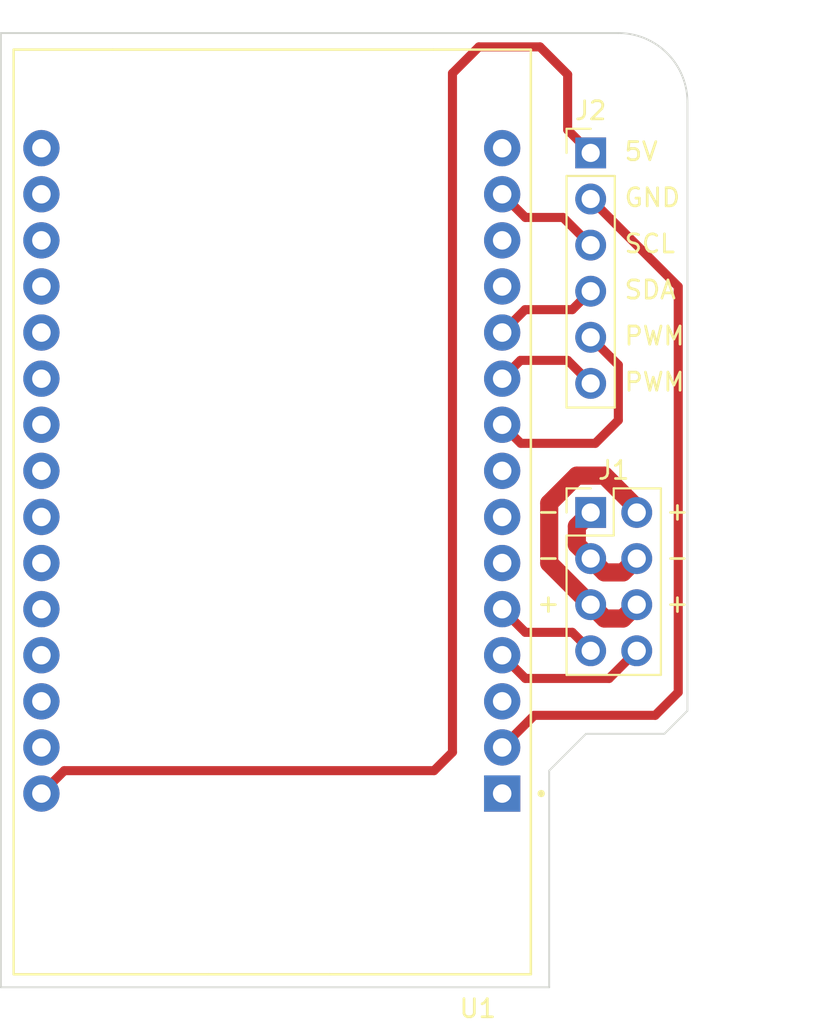
<source format=kicad_pcb>
(kicad_pcb (version 20221018) (generator pcbnew)
  (layers (0 "F.Cu" signal) (31 "B.Cu" signal) (34 "B.Paste" user) (35 "F.Paste" user) (36 "B.SilkS" user "B.Silkscreen") (37 "F.SilkS" user "F.Silkscreen") (38 "B.Mask" user) (39 "F.Mask" user) (44 "Edge.Cuts" user))
  (net 0 "")
  (net 20 "Net-(J1-Pin_1)")
  (net 21 "Net-(J1-Pin_2)")
  (net 22 "Net-(J1-Pin_7)")
  (net 23 "Net-(J1-Pin_8)")
  (net 27 "Net-(J2-Pin_1)")
  (net 28 "Net-(J2-Pin_2)")
  (net 29 "Net-(J2-Pin_3)")
  (net 30 "Net-(J2-Pin_4)")
  (net 31 "Net-(J2-Pin_5)")
  (net 32 "Net-(J2-Pin_6)")
  (footprint "ESP32-DEVKIT-V1 (1):MODULE_ESP32_DEVKIT_V1" (layer "F.Cu") (at 126.439 88.617 180)
    (fp_text reference "U1" (at -11.355 -27.36) (layer "F.SilkS"))
    (fp_text value "ESP32-DEVKIT-V1")
    (fp_line (start -14.28 -25.475) (end -3.211 -25.475) (stroke (width 0.127)) (layer "F.SilkS"))
    (fp_line (start -14.28 -25.475) (end 14.23 -25.475) (stroke (width 0.127)) (layer "F.SilkS"))
    (fp_line (start -14.28 25.475) (end -14.28 -25.475) (stroke (width 0.127)) (layer "F.SilkS"))
    (fp_line (start -14.28 25.475) (end -14.28 -25.475) (stroke (width 0.127)) (layer "F.SilkS"))
    (fp_line (start -14.28 25.475) (end -8.91 25.475) (stroke (width 0.127)) (layer "F.SilkS"))
    (fp_line (start -8.91 25.475) (end 8.78 25.475) (stroke (width 0.127)) (layer "F.SilkS"))
    (fp_line (start -3.211 -25.475) (end 3.5 -25.475) (stroke (width 0.127)) (layer "F.SilkS"))
    (fp_line (start 3.5 -25.475) (end 14.23 -25.475) (stroke (width 0.127)) (layer "F.SilkS"))
    (fp_line (start 8.78 25.475) (end 14.23 25.475) (stroke (width 0.127)) (layer "F.SilkS"))
    (fp_line (start 14.23 -25.475) (end 14.23 25.475) (stroke (width 0.127)) (layer "F.SilkS"))
    (fp_line (start 14.23 -25.475) (end 14.23 25.475) (stroke (width 0.127)) (layer "F.SilkS"))
    (fp_line (start 14.23 25.475) (end -14.28 25.475) (stroke (width 0.127)) (layer "F.SilkS"))
    (fp_circle (center -14.85 -15.515) (end -14.75 -15.515) (stroke (width 0.2)) (fill none) (layer "F.SilkS"))
    (pad "" np_thru_hole circle (at -12.28 -23.475 180) (size 3 3) (drill 3) (layers "*.Cu" "*.Mask"))
    (pad "" np_thru_hole circle (at -12.28 23.475 180) (size 3 3) (drill 3) (layers "*.Cu" "*.Mask"))
    (pad "" np_thru_hole circle (at 12.23 -23.475 180) (size 3 3) (drill 3) (layers "*.Cu" "*.Mask"))
    (pad "" np_thru_hole circle (at 12.23 23.475 180) (size 3 3) (drill 3) (layers "*.Cu" "*.Mask"))
    (pad "1" thru_hole rect (at -12.7 -15.515 180) (size 2 2) (drill 1.02) (layers "*.Cu" "*.Mask"))
    (pad "2" thru_hole circle (at -12.7 -12.975 180) (size 2 2) (drill 1.02) (layers "*.Cu" "*.Mask") (net 28 "Net-(J2-Pin_2)"))
    (pad "3" thru_hole circle (at -12.7 -10.435 180) (size 2 2) (drill 1.02) (layers "*.Cu" "*.Mask"))
    (pad "4" thru_hole circle (at -12.7 -7.895 180) (size 2 2) (drill 1.02) (layers "*.Cu" "*.Mask") (net 23 "Net-(J1-Pin_8)"))
    (pad "5" thru_hole circle (at -12.7 -5.355 180) (size 2 2) (drill 1.02) (layers "*.Cu" "*.Mask") (net 22 "Net-(J1-Pin_7)"))
    (pad "6" thru_hole circle (at -12.7 -2.815 180) (size 2 2) (drill 1.02) (layers "*.Cu" "*.Mask"))
    (pad "7" thru_hole circle (at -12.7 -0.275 180) (size 2 2) (drill 1.02) (layers "*.Cu" "*.Mask"))
    (pad "8" thru_hole circle (at -12.7 2.265 180) (size 2 2) (drill 1.02) (layers "*.Cu" "*.Mask"))
    (pad "9" thru_hole circle (at -12.7 4.805 180) (size 2 2) (drill 1.02) (layers "*.Cu" "*.Mask") (net 31 "Net-(J2-Pin_5)"))
    (pad "10" thru_hole circle (at -12.7 7.345 180) (size 2 2) (drill 1.02) (layers "*.Cu" "*.Mask") (net 32 "Net-(J2-Pin_6)"))
    (pad "11" thru_hole circle (at -12.7 9.885 180) (size 2 2) (drill 1.02) (layers "*.Cu" "*.Mask") (net 30 "Net-(J2-Pin_4)"))
    (pad "12" thru_hole circle (at -12.7 12.425 180) (size 2 2) (drill 1.02) (layers "*.Cu" "*.Mask"))
    (pad "13" thru_hole circle (at -12.7 14.965 180) (size 2 2) (drill 1.02) (layers "*.Cu" "*.Mask"))
    (pad "14" thru_hole circle (at -12.7 17.505 180) (size 2 2) (drill 1.02) (layers "*.Cu" "*.Mask") (net 29 "Net-(J2-Pin_3)"))
    (pad "15" thru_hole circle (at -12.7 20.045 180) (size 2 2) (drill 1.02) (layers "*.Cu" "*.Mask"))
    (pad "16" thru_hole circle (at 12.7 20.045 180) (size 2 2) (drill 1.02) (layers "*.Cu" "*.Mask"))
    (pad "17" thru_hole circle (at 12.7 17.505 180) (size 2 2) (drill 1.02) (layers "*.Cu" "*.Mask"))
    (pad "18" thru_hole circle (at 12.7 14.965 180) (size 2 2) (drill 1.02) (layers "*.Cu" "*.Mask"))
    (pad "19" thru_hole circle (at 12.7 12.425 180) (size 2 2) (drill 1.02) (layers "*.Cu" "*.Mask"))
    (pad "20" thru_hole circle (at 12.7 9.885 180) (size 2 2) (drill 1.02) (layers "*.Cu" "*.Mask"))
    (pad "21" thru_hole circle (at 12.7 7.345 180) (size 2 2) (drill 1.02) (layers "*.Cu" "*.Mask"))
    (pad "22" thru_hole circle (at 12.7 4.805 180) (size 2 2) (drill 1.02) (layers "*.Cu" "*.Mask"))
    (pad "23" thru_hole circle (at 12.7 2.265 180) (size 2 2) (drill 1.02) (layers "*.Cu" "*.Mask"))
    (pad "24" thru_hole circle (at 12.7 -0.275 180) (size 2 2) (drill 1.02) (layers "*.Cu" "*.Mask"))
    (pad "25" thru_hole circle (at 12.7 -2.815 180) (size 2 2) (drill 1.02) (layers "*.Cu" "*.Mask"))
    (pad "26" thru_hole circle (at 12.7 -5.355 180) (size 2 2) (drill 1.02) (layers "*.Cu" "*.Mask"))
    (pad "27" thru_hole circle (at 12.7 -7.895 180) (size 2 2) (drill 1.02) (layers "*.Cu" "*.Mask"))
    (pad "28" thru_hole circle (at 12.7 -10.435 180) (size 2 2) (drill 1.02) (layers "*.Cu" "*.Mask"))
    (pad "29" thru_hole circle (at 12.7 -12.975 180) (size 2 2) (drill 1.02) (layers "*.Cu" "*.Mask"))
    (pad "30" thru_hole circle (at 12.7 -15.515 180) (size 2 2) (drill 1.02) (layers "*.Cu" "*.Mask") (net 27 "Net-(J2-Pin_1)"))
  )
  (footprint "Connector_PinHeader_2.54mm:PinHeader_2x04_P2.54mm_Vertical" (layer "F.Cu") (at 144.018 88.646)
    (fp_text reference "J1" (at 1.27 -2.33) (layer "F.SilkS"))
    (fp_text value "BATTERY_AND_SERVOS_HEADER")
    (fp_line (start -1.33 -1.33) (end 0 -1.33) (stroke (width 0.12)) (layer "F.SilkS"))
    (fp_line (start -1.33 0) (end -1.33 -1.33) (stroke (width 0.12)) (layer "F.SilkS"))
    (fp_line (start -1.33 1.27) (end -1.33 8.95) (stroke (width 0.12)) (layer "F.SilkS"))
    (fp_line (start -1.33 1.27) (end 1.27 1.27) (stroke (width 0.12)) (layer "F.SilkS"))
    (fp_line (start -1.33 8.95) (end 3.87 8.95) (stroke (width 0.12)) (layer "F.SilkS"))
    (fp_line (start 1.27 -1.33) (end 3.87 -1.33) (stroke (width 0.12)) (layer "F.SilkS"))
    (fp_line (start 1.27 1.27) (end 1.27 -1.33) (stroke (width 0.12)) (layer "F.SilkS"))
    (fp_line (start 3.87 -1.33) (end 3.87 8.95) (stroke (width 0.12)) (layer "F.SilkS"))
    (pad "1" thru_hole rect (at 0 0) (size 1.7 1.7) (drill 1) (layers "*.Cu" "*.Mask") (net 20 "Net-(J1-Pin_1)"))
    (pad "2" thru_hole oval (at 2.54 0) (size 1.7 1.7) (drill 1) (layers "*.Cu" "*.Mask") (net 21 "Net-(J1-Pin_2)"))
    (pad "3" thru_hole oval (at 0 2.54) (size 1.7 1.7) (drill 1) (layers "*.Cu" "*.Mask") (net 20 "Net-(J1-Pin_1)"))
    (pad "4" thru_hole oval (at 2.54 2.54) (size 1.7 1.7) (drill 1) (layers "*.Cu" "*.Mask") (net 20 "Net-(J1-Pin_1)"))
    (pad "5" thru_hole oval (at 0 5.08) (size 1.7 1.7) (drill 1) (layers "*.Cu" "*.Mask") (net 21 "Net-(J1-Pin_2)"))
    (pad "6" thru_hole oval (at 2.54 5.08) (size 1.7 1.7) (drill 1) (layers "*.Cu" "*.Mask") (net 21 "Net-(J1-Pin_2)"))
    (pad "7" thru_hole oval (at 0 7.62) (size 1.7 1.7) (drill 1) (layers "*.Cu" "*.Mask") (net 22 "Net-(J1-Pin_7)"))
    (pad "8" thru_hole oval (at 2.54 7.62) (size 1.7 1.7) (drill 1) (layers "*.Cu" "*.Mask") (net 23 "Net-(J1-Pin_8)"))
  )
  (footprint "Connector_PinHeader_2.54mm:PinHeader_1x06_P2.54mm_Vertical" (layer "F.Cu") (at 144.018 68.834)
    (fp_text reference "J2" (at 0 -2.33) (layer "F.SilkS"))
    (fp_text value "LIDAR_LITE_V4_HEADER")
    (fp_line (start -1.33 -1.33) (end 0 -1.33) (stroke (width 0.12)) (layer "F.SilkS"))
    (fp_line (start -1.33 0) (end -1.33 -1.33) (stroke (width 0.12)) (layer "F.SilkS"))
    (fp_line (start -1.33 1.27) (end -1.33 14.03) (stroke (width 0.12)) (layer "F.SilkS"))
    (fp_line (start -1.33 1.27) (end 1.33 1.27) (stroke (width 0.12)) (layer "F.SilkS"))
    (fp_line (start -1.33 14.03) (end 1.33 14.03) (stroke (width 0.12)) (layer "F.SilkS"))
    (fp_line (start 1.33 1.27) (end 1.33 14.03) (stroke (width 0.12)) (layer "F.SilkS"))
    (pad "1" thru_hole rect (at 0 0) (size 1.7 1.7) (drill 1) (layers "*.Cu" "*.Mask") (net 27 "Net-(J2-Pin_1)"))
    (pad "2" thru_hole oval (at 0 2.54) (size 1.7 1.7) (drill 1) (layers "*.Cu" "*.Mask") (net 28 "Net-(J2-Pin_2)"))
    (pad "3" thru_hole oval (at 0 5.08) (size 1.7 1.7) (drill 1) (layers "*.Cu" "*.Mask") (net 29 "Net-(J2-Pin_3)"))
    (pad "4" thru_hole oval (at 0 7.62) (size 1.7 1.7) (drill 1) (layers "*.Cu" "*.Mask") (net 30 "Net-(J2-Pin_4)"))
    (pad "5" thru_hole oval (at 0 10.16) (size 1.7 1.7) (drill 1) (layers "*.Cu" "*.Mask") (net 31 "Net-(J2-Pin_5)"))
    (pad "6" thru_hole oval (at 0 12.7) (size 1.7 1.7) (drill 1) (layers "*.Cu" "*.Mask") (net 32 "Net-(J2-Pin_6)"))
  )
  (gr_line (start 145.542 62.23) (end 111.506 62.23) (stroke (width 0.1)) (layer "Edge.Cuts"))
  (gr_line (start 111.506 114.808) (end 141.732 114.808) (stroke (width 0.1)) (layer "Edge.Cuts"))
  (gr_line (start 149.352 99.568) (end 149.352 66.04) (stroke (width 0.1)) (layer "Edge.Cuts"))
  (gr_line (start 141.732 114.808) (end 141.732 102.87) (stroke (width 0.1)) (layer "Edge.Cuts"))
  (gr_line (start 111.506 62.23) (end 111.506 114.808) (stroke (width 0.1)) (layer "Edge.Cuts"))
  (gr_line (start 143.764 100.838) (end 148.082 100.838) (stroke (width 0.1)) (layer "Edge.Cuts"))
  (gr_line (start 148.082 100.838) (end 149.352 99.568) (stroke (width 0.1)) (layer "Edge.Cuts"))
  (gr_arc (start 145.542 62.23) (mid 148.236077 63.345923) (end 149.352 66.04) (stroke (width 0.1)) (layer "Edge.Cuts"))
  (gr_line (start 141.732 102.87) (end 143.764 100.838) (stroke (width 0.1)) (layer "Edge.Cuts"))
  (gr_text "PWM\n" (at 145.796 82.042) (layer "F.SilkS") (effects (font (size 1 1)) (justify left bottom)))
  (gr_text "+" (at 148.082 89.154) (layer "F.SilkS") (effects (font (size 1 1)) (justify left bottom)))
  (gr_text "GND" (at 145.796 71.882) (layer "F.SilkS") (effects (font (size 1 1)) (justify left bottom)))
  (gr_text "-" (at 140.97 91.694) (layer "F.SilkS") (effects (font (size 1 1)) (justify left bottom)))
  (gr_text "+" (at 140.97 94.234) (layer "F.SilkS") (effects (font (size 1 1)) (justify left bottom)))
  (gr_text "SDA" (at 145.796 76.962) (layer "F.SilkS") (effects (font (size 1 1)) (justify left bottom)))
  (gr_text "PWM" (at 145.796 79.502) (layer "F.SilkS") (effects (font (size 1 1)) (justify left bottom)))
  (gr_text "-" (at 148.082 91.694) (layer "F.SilkS") (effects (font (size 1 1)) (justify left bottom)))
  (gr_text "-" (at 140.97 89.154) (layer "F.SilkS") (effects (font (size 1 1)) (justify left bottom)))
  (gr_text "+" (at 148.082 94.234) (layer "F.SilkS") (effects (font (size 1 1)) (justify left bottom)))
  (gr_text "SCL" (at 145.796 74.422) (layer "F.SilkS") (effects (font (size 1 1)) (justify left bottom)))
  (gr_text "5V" (at 145.796 69.342) (layer "F.SilkS") (effects (font (size 1 1)) (justify left bottom)))
  (segment (start 144.78 91.948) (end 145.796 91.948) (width 1) (layer "F.Cu") (net 20))
  (segment (start 143.256 90.424) (end 144.018 91.186) (width 1) (layer "F.Cu") (net 20))
  (segment (start 145.796 91.948) (end 146.558 91.186) (width 1) (layer "F.Cu") (net 20))
  (segment (start 144.018 88.646) (end 143.256 89.408) (width 1) (layer "F.Cu") (net 20))
  (segment (start 144.018 91.186) (end 144.78 91.948) (width 1) (layer "F.Cu") (net 20))
  (segment (start 143.256 89.408) (end 143.256 90.424) (width 1) (layer "F.Cu") (net 20))
  (segment (start 146.558 88.646) (end 146.558 88.392) (width 1) (layer "F.Cu") (net 21))
  (segment (start 144.78 94.488) (end 145.796 94.488) (width 1) (layer "F.Cu") (net 21))
  (segment (start 141.732 91.44) (end 144.018 93.726) (width 1) (layer "F.Cu") (net 21))
  (segment (start 144.018 93.726) (end 144.78 94.488) (width 1) (layer "F.Cu") (net 21))
  (segment (start 144.78 86.614) (end 143.256 86.614) (width 1) (layer "F.Cu") (net 21))
  (segment (start 145.796 94.488) (end 146.558 93.726) (width 1) (layer "F.Cu") (net 21))
  (segment (start 143.256 86.614) (end 141.732 88.138) (width 1) (layer "F.Cu") (net 21))
  (segment (start 141.732 88.138) (end 141.732 91.44) (width 1) (layer "F.Cu") (net 21))
  (segment (start 146.558 88.392) (end 144.78 86.614) (width 1) (layer "F.Cu") (net 21))
  (segment (start 140.417 95.25) (end 139.139 93.972) (width 0.5) (layer "F.Cu") (net 22))
  (segment (start 143.002 95.25) (end 140.417 95.25) (width 0.5) (layer "F.Cu") (net 22))
  (segment (start 144.018 96.266) (end 143.002 95.25) (width 0.5) (layer "F.Cu") (net 22))
  (segment (start 140.417 97.79) (end 145.034 97.79) (width 0.5) (layer "F.Cu") (net 23))
  (segment (start 139.139 96.512) (end 140.417 97.79) (width 0.5) (layer "F.Cu") (net 23))
  (segment (start 145.034 97.79) (end 146.558 96.266) (width 0.5) (layer "F.Cu") (net 23))
  (segment (start 141.224 62.992) (end 142.748 64.516) (width 0.5) (layer "F.Cu") (net 27))
  (segment (start 135.382 102.87) (end 136.398 101.854) (width 0.5) (layer "F.Cu") (net 27))
  (segment (start 142.748 64.516) (end 142.748 67.564) (width 0.5) (layer "F.Cu") (net 27))
  (segment (start 136.398 64.448286) (end 137.854286 62.992) (width 0.5) (layer "F.Cu") (net 27))
  (segment (start 113.739 104.132) (end 115.001 102.87) (width 0.5) (layer "F.Cu") (net 27))
  (segment (start 115.001 102.87) (end 135.382 102.87) (width 0.5) (layer "F.Cu") (net 27))
  (segment (start 136.398 101.854) (end 136.398 64.448286) (width 0.5) (layer "F.Cu") (net 27))
  (segment (start 137.854286 62.992) (end 141.224 62.992) (width 0.5) (layer "F.Cu") (net 27))
  (segment (start 142.748 67.564) (end 144.018 68.834) (width 0.5) (layer "F.Cu") (net 27))
  (segment (start 147.574 99.822) (end 148.844 98.552) (width 0.5) (layer "F.Cu") (net 28))
  (segment (start 139.139 101.592) (end 140.909 99.822) (width 0.5) (layer "F.Cu") (net 28))
  (segment (start 148.844 76.2) (end 144.018 71.374) (width 0.5) (layer "F.Cu") (net 28))
  (segment (start 148.844 98.552) (end 148.844 76.2) (width 0.5) (layer "F.Cu") (net 28))
  (segment (start 140.909 99.822) (end 147.574 99.822) (width 0.5) (layer "F.Cu") (net 28))
  (segment (start 142.494 72.39) (end 144.018 73.914) (width 0.5) (layer "F.Cu") (net 29))
  (segment (start 140.417 72.39) (end 142.494 72.39) (width 0.5) (layer "F.Cu") (net 29))
  (segment (start 139.139 71.112) (end 140.417 72.39) (width 0.5) (layer "F.Cu") (net 29))
  (segment (start 139.438 71.112) (end 139.446 71.12) (width 0.25) (layer "F.Cu") (net 29))
  (segment (start 140.401 77.47) (end 143.002 77.47) (width 0.5) (layer "F.Cu") (net 30))
  (segment (start 139.139 78.732) (end 140.401 77.47) (width 0.5) (layer "F.Cu") (net 30))
  (segment (start 143.002 77.47) (end 144.018 76.454) (width 0.5) (layer "F.Cu") (net 30))
  (segment (start 145.542 83.566) (end 145.542 80.518) (width 0.5) (layer "F.Cu") (net 31))
  (segment (start 144.272 84.836) (end 145.542 83.566) (width 0.5) (layer "F.Cu") (net 31))
  (segment (start 140.163 84.836) (end 144.272 84.836) (width 0.5) (layer "F.Cu") (net 31))
  (segment (start 145.542 80.518) (end 144.018 78.994) (width 0.5) (layer "F.Cu") (net 31))
  (segment (start 139.139 83.812) (end 140.163 84.836) (width 0.5) (layer "F.Cu") (net 31))
  (segment (start 142.748 80.264) (end 144.018 81.534) (width 0.5) (layer "F.Cu") (net 32))
  (segment (start 140.147 80.264) (end 142.748 80.264) (width 0.5) (layer "F.Cu") (net 32))
  (segment (start 139.139 81.272) (end 140.147 80.264) (width 0.5) (layer "F.Cu") (net 32))
)
</source>
